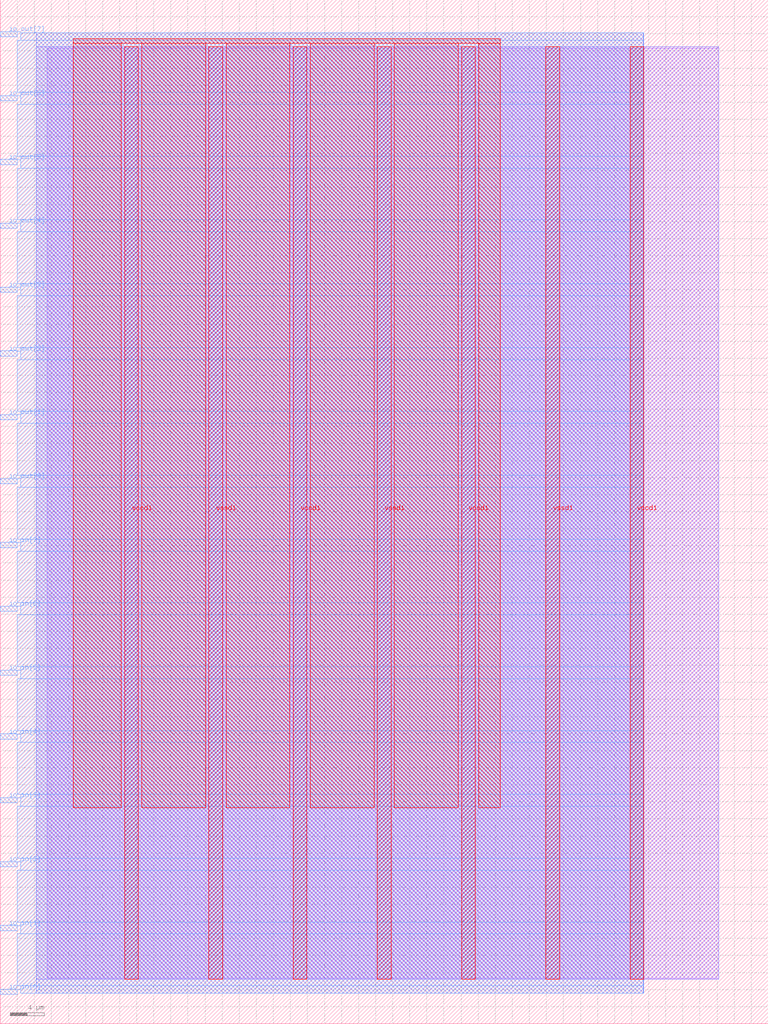
<source format=lef>
VERSION 5.7 ;
  NOWIREEXTENSIONATPIN ON ;
  DIVIDERCHAR "/" ;
  BUSBITCHARS "[]" ;
MACRO luthor2k_top_tto
  CLASS BLOCK ;
  FOREIGN luthor2k_top_tto ;
  ORIGIN 0.000 0.000 ;
  SIZE 90.000 BY 120.000 ;
  PIN io_in[0]
    DIRECTION INPUT ;
    USE SIGNAL ;
    PORT
      LAYER met3 ;
        RECT 0.000 3.440 2.000 4.040 ;
    END
  END io_in[0]
  PIN io_in[1]
    DIRECTION INPUT ;
    USE SIGNAL ;
    PORT
      LAYER met3 ;
        RECT 0.000 10.920 2.000 11.520 ;
    END
  END io_in[1]
  PIN io_in[2]
    DIRECTION INPUT ;
    USE SIGNAL ;
    PORT
      LAYER met3 ;
        RECT 0.000 18.400 2.000 19.000 ;
    END
  END io_in[2]
  PIN io_in[3]
    DIRECTION INPUT ;
    USE SIGNAL ;
    PORT
      LAYER met3 ;
        RECT 0.000 25.880 2.000 26.480 ;
    END
  END io_in[3]
  PIN io_in[4]
    DIRECTION INPUT ;
    USE SIGNAL ;
    PORT
      LAYER met3 ;
        RECT 0.000 33.360 2.000 33.960 ;
    END
  END io_in[4]
  PIN io_in[5]
    DIRECTION INPUT ;
    USE SIGNAL ;
    PORT
      LAYER met3 ;
        RECT 0.000 40.840 2.000 41.440 ;
    END
  END io_in[5]
  PIN io_in[6]
    DIRECTION INPUT ;
    USE SIGNAL ;
    PORT
      LAYER met3 ;
        RECT 0.000 48.320 2.000 48.920 ;
    END
  END io_in[6]
  PIN io_in[7]
    DIRECTION INPUT ;
    USE SIGNAL ;
    PORT
      LAYER met3 ;
        RECT 0.000 55.800 2.000 56.400 ;
    END
  END io_in[7]
  PIN io_out[0]
    DIRECTION OUTPUT TRISTATE ;
    USE SIGNAL ;
    PORT
      LAYER met3 ;
        RECT 0.000 63.280 2.000 63.880 ;
    END
  END io_out[0]
  PIN io_out[1]
    DIRECTION OUTPUT TRISTATE ;
    USE SIGNAL ;
    PORT
      LAYER met3 ;
        RECT 0.000 70.760 2.000 71.360 ;
    END
  END io_out[1]
  PIN io_out[2]
    DIRECTION OUTPUT TRISTATE ;
    USE SIGNAL ;
    PORT
      LAYER met3 ;
        RECT 0.000 78.240 2.000 78.840 ;
    END
  END io_out[2]
  PIN io_out[3]
    DIRECTION OUTPUT TRISTATE ;
    USE SIGNAL ;
    PORT
      LAYER met3 ;
        RECT 0.000 85.720 2.000 86.320 ;
    END
  END io_out[3]
  PIN io_out[4]
    DIRECTION OUTPUT TRISTATE ;
    USE SIGNAL ;
    PORT
      LAYER met3 ;
        RECT 0.000 93.200 2.000 93.800 ;
    END
  END io_out[4]
  PIN io_out[5]
    DIRECTION OUTPUT TRISTATE ;
    USE SIGNAL ;
    PORT
      LAYER met3 ;
        RECT 0.000 100.680 2.000 101.280 ;
    END
  END io_out[5]
  PIN io_out[6]
    DIRECTION OUTPUT TRISTATE ;
    USE SIGNAL ;
    PORT
      LAYER met3 ;
        RECT 0.000 108.160 2.000 108.760 ;
    END
  END io_out[6]
  PIN io_out[7]
    DIRECTION OUTPUT TRISTATE ;
    USE SIGNAL ;
    PORT
      LAYER met3 ;
        RECT 0.000 115.640 2.000 116.240 ;
    END
  END io_out[7]
  PIN vccd1
    DIRECTION INOUT ;
    USE POWER ;
    PORT
      LAYER met4 ;
        RECT 14.590 5.200 16.190 114.480 ;
    END
    PORT
      LAYER met4 ;
        RECT 34.330 5.200 35.930 114.480 ;
    END
    PORT
      LAYER met4 ;
        RECT 54.070 5.200 55.670 114.480 ;
    END
    PORT
      LAYER met4 ;
        RECT 73.810 5.200 75.410 114.480 ;
    END
  END vccd1
  PIN vssd1
    DIRECTION INOUT ;
    USE GROUND ;
    PORT
      LAYER met4 ;
        RECT 24.460 5.200 26.060 114.480 ;
    END
    PORT
      LAYER met4 ;
        RECT 44.200 5.200 45.800 114.480 ;
    END
    PORT
      LAYER met4 ;
        RECT 63.940 5.200 65.540 114.480 ;
    END
  END vssd1
  OBS
      LAYER li1 ;
        RECT 5.520 5.355 84.180 114.325 ;
      LAYER met1 ;
        RECT 4.210 5.200 84.180 114.480 ;
      LAYER met2 ;
        RECT 4.230 3.555 75.380 116.125 ;
      LAYER met3 ;
        RECT 2.400 115.240 75.400 116.105 ;
        RECT 2.000 109.160 75.400 115.240 ;
        RECT 2.400 107.760 75.400 109.160 ;
        RECT 2.000 101.680 75.400 107.760 ;
        RECT 2.400 100.280 75.400 101.680 ;
        RECT 2.000 94.200 75.400 100.280 ;
        RECT 2.400 92.800 75.400 94.200 ;
        RECT 2.000 86.720 75.400 92.800 ;
        RECT 2.400 85.320 75.400 86.720 ;
        RECT 2.000 79.240 75.400 85.320 ;
        RECT 2.400 77.840 75.400 79.240 ;
        RECT 2.000 71.760 75.400 77.840 ;
        RECT 2.400 70.360 75.400 71.760 ;
        RECT 2.000 64.280 75.400 70.360 ;
        RECT 2.400 62.880 75.400 64.280 ;
        RECT 2.000 56.800 75.400 62.880 ;
        RECT 2.400 55.400 75.400 56.800 ;
        RECT 2.000 49.320 75.400 55.400 ;
        RECT 2.400 47.920 75.400 49.320 ;
        RECT 2.000 41.840 75.400 47.920 ;
        RECT 2.400 40.440 75.400 41.840 ;
        RECT 2.000 34.360 75.400 40.440 ;
        RECT 2.400 32.960 75.400 34.360 ;
        RECT 2.000 26.880 75.400 32.960 ;
        RECT 2.400 25.480 75.400 26.880 ;
        RECT 2.000 19.400 75.400 25.480 ;
        RECT 2.400 18.000 75.400 19.400 ;
        RECT 2.000 11.920 75.400 18.000 ;
        RECT 2.400 10.520 75.400 11.920 ;
        RECT 2.000 4.440 75.400 10.520 ;
        RECT 2.400 3.575 75.400 4.440 ;
      LAYER met4 ;
        RECT 8.575 114.880 58.585 115.425 ;
        RECT 8.575 25.335 14.190 114.880 ;
        RECT 16.590 25.335 24.060 114.880 ;
        RECT 26.460 25.335 33.930 114.880 ;
        RECT 36.330 25.335 43.800 114.880 ;
        RECT 46.200 25.335 53.670 114.880 ;
        RECT 56.070 25.335 58.585 114.880 ;
  END
END luthor2k_top_tto
END LIBRARY


</source>
